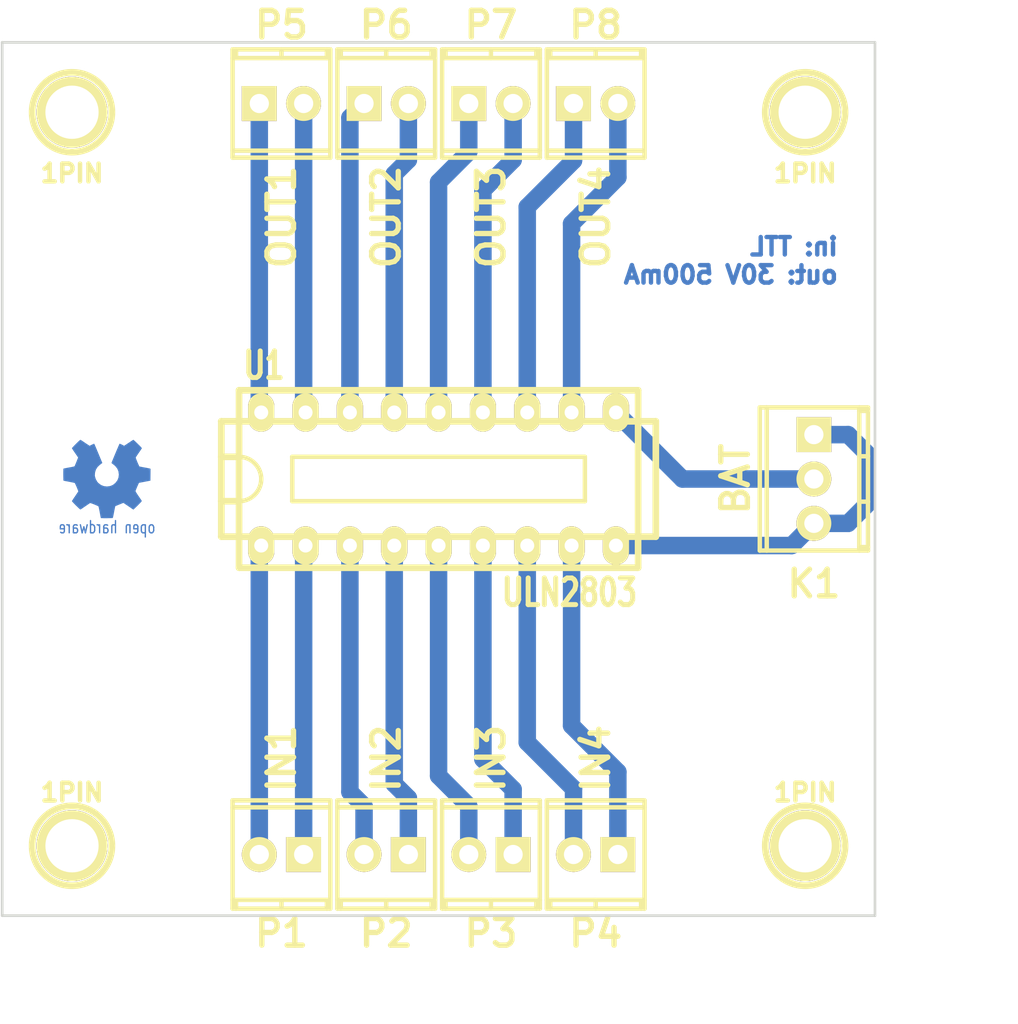
<source format=kicad_pcb>
(kicad_pcb (version 3) (host pcbnew "(2012-nov-02)-stable")

  (general
    (links 19)
    (no_connects 0)
    (area 78.424999 110.3316 139.077382 170)
    (thickness 1.6)
    (drawings 7)
    (tracks 52)
    (zones 0)
    (modules 15)
    (nets 19)
  )

  (page User 210.007 297.002 portrait)
  (title_block 
    (title "ULN2803 Driver")
    (rev 1.0)
    (company "Victor Villarreal")
  )

  (layers
    (15 F.Cu signal)
    (0 B.Cu signal)
    (16 B.Adhes user)
    (17 F.Adhes user)
    (18 B.Paste user)
    (19 F.Paste user)
    (20 B.SilkS user)
    (21 F.SilkS user)
    (22 B.Mask user)
    (23 F.Mask user)
    (24 Dwgs.User user)
    (25 Cmts.User user)
    (26 Eco1.User user)
    (27 Eco2.User user)
    (28 Edge.Cuts user)
  )

  (setup
    (last_trace_width 1)
    (trace_clearance 0.254)
    (zone_clearance 0.508)
    (zone_45_only no)
    (trace_min 0.254)
    (segment_width 0.2)
    (edge_width 0.15)
    (via_size 0.889)
    (via_drill 0.635)
    (via_min_size 0.889)
    (via_min_drill 0.508)
    (uvia_size 0.508)
    (uvia_drill 0.127)
    (uvias_allowed no)
    (uvia_min_size 0.508)
    (uvia_min_drill 0.127)
    (pcb_text_width 0.3)
    (pcb_text_size 1 1)
    (mod_edge_width 0.15)
    (mod_text_size 1 1)
    (mod_text_width 0.15)
    (pad_size 1.7 1.7)
    (pad_drill 1.09728)
    (pad_to_mask_clearance 0)
    (aux_axis_origin 0 0)
    (visible_elements FFFFFBBF)
    (pcbplotparams
      (layerselection 3178497)
      (usegerberextensions false)
      (excludeedgelayer true)
      (linewidth 152400)
      (plotframeref false)
      (viasonmask false)
      (mode 1)
      (useauxorigin false)
      (hpglpennumber 1)
      (hpglpenspeed 20)
      (hpglpendiameter 15)
      (hpglpenoverlay 2)
      (psnegative false)
      (psa4output false)
      (plotreference true)
      (plotvalue true)
      (plotothertext true)
      (plotinvisibletext false)
      (padsonsilk false)
      (subtractmaskfromsilk false)
      (outputformat 5)
      (mirror false)
      (drillshape 0)
      (scaleselection 1)
      (outputdirectory doc/))
  )

  (net 0 "")
  (net 1 /E0)
  (net 2 /E1)
  (net 3 /E2)
  (net 4 /E3)
  (net 5 /E4)
  (net 6 /E5)
  (net 7 /E6)
  (net 8 /E7)
  (net 9 /S0)
  (net 10 /S1)
  (net 11 /S2)
  (net 12 /S3)
  (net 13 /S4)
  (net 14 /S5)
  (net 15 /S6)
  (net 16 /S7)
  (net 17 GND)
  (net 18 VCC)

  (net_class Default "This is the default net class."
    (clearance 0.254)
    (trace_width 1)
    (via_dia 0.889)
    (via_drill 0.635)
    (uvia_dia 0.508)
    (uvia_drill 0.127)
    (add_net "")
    (add_net /E0)
    (add_net /E1)
    (add_net /E2)
    (add_net /E3)
    (add_net /E4)
    (add_net /E5)
    (add_net /E6)
    (add_net /E7)
    (add_net /S0)
    (add_net /S1)
    (add_net /S2)
    (add_net /S3)
    (add_net /S4)
    (add_net /S5)
    (add_net /S6)
    (add_net /S7)
    (add_net GND)
    (add_net VCC)
  )

  (module mpt-3-2,54 (layer F.Cu) (tedit 54556C7A) (tstamp 54556F13)
    (at 125 137.5 90)
    (descr "3-way 2.54mm pitch terminal block, Phoenix MPT series")
    (path /5455421D)
    (fp_text reference K1 (at -6 0 180) (layer F.SilkS)
      (effects (font (size 1.524 1.524) (thickness 0.3048)))
    )
    (fp_text value BAT (at 0 -4.5 90) (layer F.SilkS)
      (effects (font (size 1.524 1.524) (thickness 0.3048)))
    )
    (fp_line (start 4.09956 -3.0988) (end -4.09956 -3.0988) (layer F.SilkS) (width 0.254))
    (fp_line (start 4.09956 -2.70002) (end -4.09956 -2.70002) (layer F.SilkS) (width 0.254))
    (fp_line (start 4.09956 2.60096) (end -4.09956 2.60096) (layer F.SilkS) (width 0.254))
    (fp_line (start -4.09956 3.0988) (end 4.09956 3.0988) (layer F.SilkS) (width 0.254))
    (fp_line (start 1.30048 2.60096) (end 1.30048 3.0988) (layer F.SilkS) (width 0.254))
    (fp_line (start -3.8989 3.0988) (end -3.8989 2.60096) (layer F.SilkS) (width 0.254))
    (fp_line (start 3.90144 2.60096) (end 3.90144 3.0988) (layer F.SilkS) (width 0.254))
    (fp_line (start -1.29794 3.0988) (end -1.29794 2.60096) (layer F.SilkS) (width 0.254))
    (fp_line (start 4.09956 3.0988) (end 4.09956 -3.0988) (layer F.SilkS) (width 0.254))
    (fp_line (start -4.09702 -3.0988) (end -4.09702 3.0988) (layer F.SilkS) (width 0.254))
    (pad 3 thru_hole oval (at -2.54 0 90) (size 1.99898 1.99898) (drill 1.09728)
      (layers *.Cu *.Mask F.SilkS)
      (net 17 GND)
    )
    (pad 1 thru_hole rect (at 2.54 0 90) (size 1.99898 1.99898) (drill 1.09728)
      (layers *.Cu *.Mask F.SilkS)
      (net 17 GND)
    )
    (pad 2 thru_hole oval (at 0 0 90) (size 1.99898 1.99898) (drill 1.09728)
      (layers *.Cu *.Mask F.SilkS)
      (net 18 VCC)
    )
    (model 3D/mpt_0,5-3-2,54.wrl
      (at (xyz 0 0 0))
      (scale (xyz 1 1 1))
      (rotate (xyz 0 0 0))
    )
  )

  (module mpt-2-2,54 (layer F.Cu) (tedit 54556BF5) (tstamp 54554A72)
    (at 94.5 159)
    (descr "2-way 2.54mm pitch terminal block, Phoenix MPT series")
    (path /544D9B58)
    (fp_text reference P1 (at 0 4.5) (layer F.SilkS)
      (effects (font (size 1.524 1.524) (thickness 0.3048)))
    )
    (fp_text value IN1 (at 0 -5.5 90) (layer F.SilkS)
      (effects (font (size 1.524 1.524) (thickness 0.3048)))
    )
    (fp_line (start 2.79908 2.60096) (end -2.79908 2.60096) (layer F.SilkS) (width 0.254))
    (fp_line (start -2.60096 3.0988) (end -2.60096 2.60096) (layer F.SilkS) (width 0.254))
    (fp_line (start 2.60096 2.60096) (end 2.60096 3.0988) (layer F.SilkS) (width 0.254))
    (fp_line (start 0 3.0988) (end 0 2.60096) (layer F.SilkS) (width 0.254))
    (fp_line (start -2.79908 -2.70002) (end 2.79908 -2.70002) (layer F.SilkS) (width 0.254))
    (fp_line (start -2.79908 3.0988) (end 2.79908 3.0988) (layer F.SilkS) (width 0.254))
    (fp_line (start 2.79908 3.0988) (end 2.79908 -3.0988) (layer F.SilkS) (width 0.254))
    (fp_line (start 2.79908 -3.0988) (end -2.79908 -3.0988) (layer F.SilkS) (width 0.254))
    (fp_line (start -2.79908 -3.0988) (end -2.79908 3.0988) (layer F.SilkS) (width 0.254))
    (pad 2 thru_hole oval (at -1.27 0) (size 1.99898 1.99898) (drill 1.09728)
      (layers *.Cu *.Mask F.SilkS)
      (net 1 /E0)
    )
    (pad 1 thru_hole rect (at 1.27 0) (size 1.99898 1.99898) (drill 1.09728)
      (layers *.Cu *.Mask F.SilkS)
      (net 2 /E1)
    )
    (model 3D/mpt_0,5-2-2,54.wrl
      (at (xyz 0 0 0))
      (scale (xyz 1 1 1))
      (rotate (xyz 0 0 0))
    )
  )

  (module mpt-2-2,54 (layer F.Cu) (tedit 54556BFC) (tstamp 54554A81)
    (at 100.5 159)
    (descr "2-way 2.54mm pitch terminal block, Phoenix MPT series")
    (path /54553E6C)
    (fp_text reference P2 (at 0 4.5) (layer F.SilkS)
      (effects (font (size 1.524 1.524) (thickness 0.3048)))
    )
    (fp_text value IN2 (at 0 -5.5 90) (layer F.SilkS)
      (effects (font (size 1.524 1.524) (thickness 0.3048)))
    )
    (fp_line (start 2.79908 2.60096) (end -2.79908 2.60096) (layer F.SilkS) (width 0.254))
    (fp_line (start -2.60096 3.0988) (end -2.60096 2.60096) (layer F.SilkS) (width 0.254))
    (fp_line (start 2.60096 2.60096) (end 2.60096 3.0988) (layer F.SilkS) (width 0.254))
    (fp_line (start 0 3.0988) (end 0 2.60096) (layer F.SilkS) (width 0.254))
    (fp_line (start -2.79908 -2.70002) (end 2.79908 -2.70002) (layer F.SilkS) (width 0.254))
    (fp_line (start -2.79908 3.0988) (end 2.79908 3.0988) (layer F.SilkS) (width 0.254))
    (fp_line (start 2.79908 3.0988) (end 2.79908 -3.0988) (layer F.SilkS) (width 0.254))
    (fp_line (start 2.79908 -3.0988) (end -2.79908 -3.0988) (layer F.SilkS) (width 0.254))
    (fp_line (start -2.79908 -3.0988) (end -2.79908 3.0988) (layer F.SilkS) (width 0.254))
    (pad 2 thru_hole oval (at -1.27 0) (size 1.99898 1.99898) (drill 1.09728)
      (layers *.Cu *.Mask F.SilkS)
      (net 3 /E2)
    )
    (pad 1 thru_hole rect (at 1.27 0) (size 1.99898 1.99898) (drill 1.09728)
      (layers *.Cu *.Mask F.SilkS)
      (net 4 /E3)
    )
    (model 3D/mpt_0,5-2-2,54.wrl
      (at (xyz 0 0 0))
      (scale (xyz 1 1 1))
      (rotate (xyz 0 0 0))
    )
  )

  (module mpt-2-2,54 (layer F.Cu) (tedit 54556C04) (tstamp 54554A90)
    (at 106.5 159)
    (descr "2-way 2.54mm pitch terminal block, Phoenix MPT series")
    (path /54553EAC)
    (fp_text reference P3 (at 0 4.5) (layer F.SilkS)
      (effects (font (size 1.524 1.524) (thickness 0.3048)))
    )
    (fp_text value IN3 (at 0 -5.5 90) (layer F.SilkS)
      (effects (font (size 1.524 1.524) (thickness 0.3048)))
    )
    (fp_line (start 2.79908 2.60096) (end -2.79908 2.60096) (layer F.SilkS) (width 0.254))
    (fp_line (start -2.60096 3.0988) (end -2.60096 2.60096) (layer F.SilkS) (width 0.254))
    (fp_line (start 2.60096 2.60096) (end 2.60096 3.0988) (layer F.SilkS) (width 0.254))
    (fp_line (start 0 3.0988) (end 0 2.60096) (layer F.SilkS) (width 0.254))
    (fp_line (start -2.79908 -2.70002) (end 2.79908 -2.70002) (layer F.SilkS) (width 0.254))
    (fp_line (start -2.79908 3.0988) (end 2.79908 3.0988) (layer F.SilkS) (width 0.254))
    (fp_line (start 2.79908 3.0988) (end 2.79908 -3.0988) (layer F.SilkS) (width 0.254))
    (fp_line (start 2.79908 -3.0988) (end -2.79908 -3.0988) (layer F.SilkS) (width 0.254))
    (fp_line (start -2.79908 -3.0988) (end -2.79908 3.0988) (layer F.SilkS) (width 0.254))
    (pad 2 thru_hole oval (at -1.27 0) (size 1.99898 1.99898) (drill 1.09728)
      (layers *.Cu *.Mask F.SilkS)
      (net 5 /E4)
    )
    (pad 1 thru_hole rect (at 1.27 0) (size 1.99898 1.99898) (drill 1.09728)
      (layers *.Cu *.Mask F.SilkS)
      (net 6 /E5)
    )
    (model 3D/mpt_0,5-2-2,54.wrl
      (at (xyz 0 0 0))
      (scale (xyz 1 1 1))
      (rotate (xyz 0 0 0))
    )
  )

  (module mpt-2-2,54 (layer F.Cu) (tedit 54556C0A) (tstamp 54554A9F)
    (at 112.5 159)
    (descr "2-way 2.54mm pitch terminal block, Phoenix MPT series")
    (path /54553EF0)
    (fp_text reference P4 (at 0 4.5) (layer F.SilkS)
      (effects (font (size 1.524 1.524) (thickness 0.3048)))
    )
    (fp_text value IN4 (at 0 -5.5 90) (layer F.SilkS)
      (effects (font (size 1.524 1.524) (thickness 0.3048)))
    )
    (fp_line (start 2.79908 2.60096) (end -2.79908 2.60096) (layer F.SilkS) (width 0.254))
    (fp_line (start -2.60096 3.0988) (end -2.60096 2.60096) (layer F.SilkS) (width 0.254))
    (fp_line (start 2.60096 2.60096) (end 2.60096 3.0988) (layer F.SilkS) (width 0.254))
    (fp_line (start 0 3.0988) (end 0 2.60096) (layer F.SilkS) (width 0.254))
    (fp_line (start -2.79908 -2.70002) (end 2.79908 -2.70002) (layer F.SilkS) (width 0.254))
    (fp_line (start -2.79908 3.0988) (end 2.79908 3.0988) (layer F.SilkS) (width 0.254))
    (fp_line (start 2.79908 3.0988) (end 2.79908 -3.0988) (layer F.SilkS) (width 0.254))
    (fp_line (start 2.79908 -3.0988) (end -2.79908 -3.0988) (layer F.SilkS) (width 0.254))
    (fp_line (start -2.79908 -3.0988) (end -2.79908 3.0988) (layer F.SilkS) (width 0.254))
    (pad 2 thru_hole oval (at -1.27 0) (size 1.99898 1.99898) (drill 1.09728)
      (layers *.Cu *.Mask F.SilkS)
      (net 7 /E6)
    )
    (pad 1 thru_hole rect (at 1.27 0) (size 1.99898 1.99898) (drill 1.09728)
      (layers *.Cu *.Mask F.SilkS)
      (net 8 /E7)
    )
    (model 3D/mpt_0,5-2-2,54.wrl
      (at (xyz 0 0 0))
      (scale (xyz 1 1 1))
      (rotate (xyz 0 0 0))
    )
  )

  (module mpt-2-2,54 (layer F.Cu) (tedit 54556C63) (tstamp 54556EEF)
    (at 94.5 116 180)
    (descr "2-way 2.54mm pitch terminal block, Phoenix MPT series")
    (path /5455401E)
    (fp_text reference P5 (at 0 4.5 180) (layer F.SilkS)
      (effects (font (size 1.524 1.524) (thickness 0.3048)))
    )
    (fp_text value OUT1 (at 0 -6.5 270) (layer F.SilkS)
      (effects (font (size 1.524 1.524) (thickness 0.3048)))
    )
    (fp_line (start 2.79908 2.60096) (end -2.79908 2.60096) (layer F.SilkS) (width 0.254))
    (fp_line (start -2.60096 3.0988) (end -2.60096 2.60096) (layer F.SilkS) (width 0.254))
    (fp_line (start 2.60096 2.60096) (end 2.60096 3.0988) (layer F.SilkS) (width 0.254))
    (fp_line (start 0 3.0988) (end 0 2.60096) (layer F.SilkS) (width 0.254))
    (fp_line (start -2.79908 -2.70002) (end 2.79908 -2.70002) (layer F.SilkS) (width 0.254))
    (fp_line (start -2.79908 3.0988) (end 2.79908 3.0988) (layer F.SilkS) (width 0.254))
    (fp_line (start 2.79908 3.0988) (end 2.79908 -3.0988) (layer F.SilkS) (width 0.254))
    (fp_line (start 2.79908 -3.0988) (end -2.79908 -3.0988) (layer F.SilkS) (width 0.254))
    (fp_line (start -2.79908 -3.0988) (end -2.79908 3.0988) (layer F.SilkS) (width 0.254))
    (pad 2 thru_hole oval (at -1.27 0 180) (size 1.99898 1.99898) (drill 1.09728)
      (layers *.Cu *.Mask F.SilkS)
      (net 10 /S1)
    )
    (pad 1 thru_hole rect (at 1.27 0 180) (size 1.99898 1.99898) (drill 1.09728)
      (layers *.Cu *.Mask F.SilkS)
      (net 9 /S0)
    )
    (model 3D/mpt_0,5-2-2,54.wrl
      (at (xyz 0 0 0))
      (scale (xyz 1 1 1))
      (rotate (xyz 0 0 0))
    )
  )

  (module mpt-2-2,54 (layer F.Cu) (tedit 54556C5F) (tstamp 54554ABD)
    (at 100.5 116 180)
    (descr "2-way 2.54mm pitch terminal block, Phoenix MPT series")
    (path /5455402D)
    (fp_text reference P6 (at 0 4.5 180) (layer F.SilkS)
      (effects (font (size 1.524 1.524) (thickness 0.3048)))
    )
    (fp_text value OUT2 (at 0 -6.5 270) (layer F.SilkS)
      (effects (font (size 1.524 1.524) (thickness 0.3048)))
    )
    (fp_line (start 2.79908 2.60096) (end -2.79908 2.60096) (layer F.SilkS) (width 0.254))
    (fp_line (start -2.60096 3.0988) (end -2.60096 2.60096) (layer F.SilkS) (width 0.254))
    (fp_line (start 2.60096 2.60096) (end 2.60096 3.0988) (layer F.SilkS) (width 0.254))
    (fp_line (start 0 3.0988) (end 0 2.60096) (layer F.SilkS) (width 0.254))
    (fp_line (start -2.79908 -2.70002) (end 2.79908 -2.70002) (layer F.SilkS) (width 0.254))
    (fp_line (start -2.79908 3.0988) (end 2.79908 3.0988) (layer F.SilkS) (width 0.254))
    (fp_line (start 2.79908 3.0988) (end 2.79908 -3.0988) (layer F.SilkS) (width 0.254))
    (fp_line (start 2.79908 -3.0988) (end -2.79908 -3.0988) (layer F.SilkS) (width 0.254))
    (fp_line (start -2.79908 -3.0988) (end -2.79908 3.0988) (layer F.SilkS) (width 0.254))
    (pad 2 thru_hole oval (at -1.27 0 180) (size 1.99898 1.99898) (drill 1.09728)
      (layers *.Cu *.Mask F.SilkS)
      (net 12 /S3)
    )
    (pad 1 thru_hole rect (at 1.27 0 180) (size 1.99898 1.99898) (drill 1.09728)
      (layers *.Cu *.Mask F.SilkS)
      (net 11 /S2)
    )
    (model 3D/mpt_0,5-2-2,54.wrl
      (at (xyz 0 0 0))
      (scale (xyz 1 1 1))
      (rotate (xyz 0 0 0))
    )
  )

  (module mpt-2-2,54 (layer F.Cu) (tedit 54556C5C) (tstamp 54554ACC)
    (at 106.5 116 180)
    (descr "2-way 2.54mm pitch terminal block, Phoenix MPT series")
    (path /5455403C)
    (fp_text reference P7 (at 0 4.5 180) (layer F.SilkS)
      (effects (font (size 1.524 1.524) (thickness 0.3048)))
    )
    (fp_text value OUT3 (at 0 -6.5 270) (layer F.SilkS)
      (effects (font (size 1.524 1.524) (thickness 0.3048)))
    )
    (fp_line (start 2.79908 2.60096) (end -2.79908 2.60096) (layer F.SilkS) (width 0.254))
    (fp_line (start -2.60096 3.0988) (end -2.60096 2.60096) (layer F.SilkS) (width 0.254))
    (fp_line (start 2.60096 2.60096) (end 2.60096 3.0988) (layer F.SilkS) (width 0.254))
    (fp_line (start 0 3.0988) (end 0 2.60096) (layer F.SilkS) (width 0.254))
    (fp_line (start -2.79908 -2.70002) (end 2.79908 -2.70002) (layer F.SilkS) (width 0.254))
    (fp_line (start -2.79908 3.0988) (end 2.79908 3.0988) (layer F.SilkS) (width 0.254))
    (fp_line (start 2.79908 3.0988) (end 2.79908 -3.0988) (layer F.SilkS) (width 0.254))
    (fp_line (start 2.79908 -3.0988) (end -2.79908 -3.0988) (layer F.SilkS) (width 0.254))
    (fp_line (start -2.79908 -3.0988) (end -2.79908 3.0988) (layer F.SilkS) (width 0.254))
    (pad 2 thru_hole oval (at -1.27 0 180) (size 1.99898 1.99898) (drill 1.09728)
      (layers *.Cu *.Mask F.SilkS)
      (net 14 /S5)
    )
    (pad 1 thru_hole rect (at 1.27 0 180) (size 1.99898 1.99898) (drill 1.09728)
      (layers *.Cu *.Mask F.SilkS)
      (net 13 /S4)
    )
    (model 3D/mpt_0,5-2-2,54.wrl
      (at (xyz 0 0 0))
      (scale (xyz 1 1 1))
      (rotate (xyz 0 0 0))
    )
  )

  (module mpt-2-2,54 (layer F.Cu) (tedit 54556C58) (tstamp 54554ADB)
    (at 112.5 116 180)
    (descr "2-way 2.54mm pitch terminal block, Phoenix MPT series")
    (path /5455404B)
    (fp_text reference P8 (at 0 4.5 180) (layer F.SilkS)
      (effects (font (size 1.524 1.524) (thickness 0.3048)))
    )
    (fp_text value OUT4 (at 0 -6.5 270) (layer F.SilkS)
      (effects (font (size 1.524 1.524) (thickness 0.3048)))
    )
    (fp_line (start 2.79908 2.60096) (end -2.79908 2.60096) (layer F.SilkS) (width 0.254))
    (fp_line (start -2.60096 3.0988) (end -2.60096 2.60096) (layer F.SilkS) (width 0.254))
    (fp_line (start 2.60096 2.60096) (end 2.60096 3.0988) (layer F.SilkS) (width 0.254))
    (fp_line (start 0 3.0988) (end 0 2.60096) (layer F.SilkS) (width 0.254))
    (fp_line (start -2.79908 -2.70002) (end 2.79908 -2.70002) (layer F.SilkS) (width 0.254))
    (fp_line (start -2.79908 3.0988) (end 2.79908 3.0988) (layer F.SilkS) (width 0.254))
    (fp_line (start 2.79908 3.0988) (end 2.79908 -3.0988) (layer F.SilkS) (width 0.254))
    (fp_line (start 2.79908 -3.0988) (end -2.79908 -3.0988) (layer F.SilkS) (width 0.254))
    (fp_line (start -2.79908 -3.0988) (end -2.79908 3.0988) (layer F.SilkS) (width 0.254))
    (pad 2 thru_hole oval (at -1.27 0 180) (size 1.99898 1.99898) (drill 1.09728)
      (layers *.Cu *.Mask F.SilkS)
      (net 16 /S7)
    )
    (pad 1 thru_hole rect (at 1.27 0 180) (size 1.99898 1.99898) (drill 1.09728)
      (layers *.Cu *.Mask F.SilkS)
      (net 15 /S6)
    )
    (model 3D/mpt_0,5-2-2,54.wrl
      (at (xyz 0 0 0))
      (scale (xyz 1 1 1))
      (rotate (xyz 0 0 0))
    )
  )

  (module dil_18-300_socket (layer F.Cu) (tedit 54556C70) (tstamp 54554B01)
    (at 103.5 137.5)
    (descr "IC, DIL18 x 0,3\", with socket")
    (tags DIL)
    (path /544D99E7)
    (fp_text reference U1 (at -10 -6.5) (layer F.SilkS)
      (effects (font (size 1.524 1.143) (thickness 0.28702)))
    )
    (fp_text value ULN2803 (at 7.5 6.5) (layer F.SilkS)
      (effects (font (size 1.524 1.143) (thickness 0.28702)))
    )
    (fp_line (start 8.382 1.27) (end -8.382 1.27) (layer F.SilkS) (width 0.254))
    (fp_line (start -8.382 -1.27) (end 8.382 -1.27) (layer F.SilkS) (width 0.254))
    (fp_line (start 11.43 5.08) (end -11.43 5.08) (layer F.SilkS) (width 0.381))
    (fp_line (start -12.446 3.302) (end 12.446 3.302) (layer F.SilkS) (width 0.381))
    (fp_line (start -11.43 -5.08) (end 11.43 -5.08) (layer F.SilkS) (width 0.381))
    (fp_line (start -12.446 -3.302) (end 12.446 -3.302) (layer F.SilkS) (width 0.381))
    (fp_arc (start -11.43 0) (end -11.43 -1.27) (angle 90) (layer F.SilkS) (width 0.254))
    (fp_arc (start -11.43 0) (end -10.16 0) (angle 90) (layer F.SilkS) (width 0.254))
    (fp_line (start -11.43 1.27) (end -12.446 1.27) (layer F.SilkS) (width 0.381))
    (fp_line (start -11.43 -1.27) (end -12.446 -1.27) (layer F.SilkS) (width 0.381))
    (fp_line (start -8.382 -1.27) (end -8.382 1.27) (layer F.SilkS) (width 0.254))
    (fp_line (start 8.382 1.27) (end 8.382 -1.27) (layer F.SilkS) (width 0.254))
    (fp_line (start 11.43 -5.08) (end 11.43 5.08) (layer F.SilkS) (width 0.381))
    (fp_line (start -11.43 5.08) (end -11.43 -5.08) (layer F.SilkS) (width 0.381))
    (fp_line (start 12.446 -3.302) (end 12.446 3.302) (layer F.SilkS) (width 0.381))
    (fp_line (start -12.446 3.302) (end -12.446 -3.302) (layer F.SilkS) (width 0.381))
    (pad 1 thru_hole oval (at -10.16 3.81) (size 1.50114 2.19964) (drill 0.8001)
      (layers *.Cu *.Mask F.SilkS)
      (net 1 /E0)
    )
    (pad 2 thru_hole oval (at -7.62 3.81) (size 1.50114 2.19964) (drill 0.8001)
      (layers *.Cu *.Mask F.SilkS)
      (net 2 /E1)
    )
    (pad 3 thru_hole oval (at -5.08 3.81) (size 1.50114 2.19964) (drill 0.8001)
      (layers *.Cu *.Mask F.SilkS)
      (net 3 /E2)
    )
    (pad 4 thru_hole oval (at -2.54 3.81) (size 1.50114 2.19964) (drill 0.8001)
      (layers *.Cu *.Mask F.SilkS)
      (net 4 /E3)
    )
    (pad 5 thru_hole oval (at 0 3.81) (size 1.50114 2.19964) (drill 0.8001)
      (layers *.Cu *.Mask F.SilkS)
      (net 5 /E4)
    )
    (pad 6 thru_hole oval (at 2.54 3.81) (size 1.50114 2.19964) (drill 0.8001)
      (layers *.Cu *.Mask F.SilkS)
      (net 6 /E5)
    )
    (pad 7 thru_hole oval (at 5.08 3.81) (size 1.50114 2.19964) (drill 0.8001)
      (layers *.Cu *.Mask F.SilkS)
      (net 7 /E6)
    )
    (pad 8 thru_hole oval (at 7.62 3.81) (size 1.50114 2.19964) (drill 0.8001)
      (layers *.Cu *.Mask F.SilkS)
      (net 8 /E7)
    )
    (pad 9 thru_hole oval (at 10.16 3.81) (size 1.50114 2.19964) (drill 0.8001)
      (layers *.Cu *.Mask F.SilkS)
      (net 17 GND)
    )
    (pad 10 thru_hole oval (at 10.16 -3.81) (size 1.50114 2.19964) (drill 0.8001)
      (layers *.Cu *.Mask F.SilkS)
      (net 18 VCC)
    )
    (pad 11 thru_hole oval (at 7.62 -3.81) (size 1.50114 2.19964) (drill 0.8001)
      (layers *.Cu *.Mask F.SilkS)
      (net 16 /S7)
    )
    (pad 12 thru_hole oval (at 5.08 -3.81) (size 1.50114 2.19964) (drill 0.8001)
      (layers *.Cu *.Mask F.SilkS)
      (net 15 /S6)
    )
    (pad 13 thru_hole oval (at 2.54 -3.81) (size 1.50114 2.19964) (drill 0.8001)
      (layers *.Cu *.Mask F.SilkS)
      (net 14 /S5)
    )
    (pad 14 thru_hole oval (at 0 -3.81) (size 1.50114 2.19964) (drill 0.8001)
      (layers *.Cu *.Mask F.SilkS)
      (net 13 /S4)
    )
    (pad 15 thru_hole oval (at -2.54 -3.81) (size 1.50114 2.19964) (drill 0.8001)
      (layers *.Cu *.Mask F.SilkS)
      (net 12 /S3)
    )
    (pad 16 thru_hole oval (at -5.08 -3.81) (size 1.50114 2.19964) (drill 0.8001)
      (layers *.Cu *.Mask F.SilkS)
      (net 11 /S2)
    )
    (pad 17 thru_hole oval (at -7.62 -3.81) (size 1.50114 2.19964) (drill 0.8001)
      (layers *.Cu *.Mask F.SilkS)
      (net 10 /S1)
    )
    (pad 18 thru_hole oval (at -10.16 -3.81) (size 1.50114 2.19964) (drill 0.8001)
      (layers *.Cu *.Mask F.SilkS)
      (net 9 /S0)
    )
    (model 3D/dil_18-300_socket.wrl
      (at (xyz 0 0 0))
      (scale (xyz 1 1 1))
      (rotate (xyz 0 0 0))
    )
  )

  (module 1pin (layer F.Cu) (tedit 54555EEC) (tstamp 54556D00)
    (at 124.5 116.5)
    (descr "module 1 pin (ou trou mecanique de percage)")
    (tags DEV)
    (path 1pin)
    (fp_text reference 1PIN (at 0 3.5) (layer F.SilkS)
      (effects (font (size 1.016 1.016) (thickness 0.254)))
    )
    (fp_text value P*** (at 0 2.794) (layer F.SilkS) hide
      (effects (font (size 1.016 1.016) (thickness 0.254)))
    )
    (fp_circle (center 0 0) (end 0 -2.286) (layer F.SilkS) (width 0.381))
    (pad 1 thru_hole circle (at 0 0) (size 4.064 4.064) (drill 3.048)
      (layers *.Cu *.Mask F.SilkS)
    )
  )

  (module 1pin (layer F.Cu) (tedit 54555EE6) (tstamp 54556D0B)
    (at 82.5 116.5)
    (descr "module 1 pin (ou trou mecanique de percage)")
    (tags DEV)
    (path 1pin)
    (fp_text reference 1PIN (at 0 3.5) (layer F.SilkS)
      (effects (font (size 1.016 1.016) (thickness 0.254)))
    )
    (fp_text value P*** (at 0 2.794) (layer F.SilkS) hide
      (effects (font (size 1.016 1.016) (thickness 0.254)))
    )
    (fp_circle (center 0 0) (end 0 -2.286) (layer F.SilkS) (width 0.381))
    (pad 1 thru_hole circle (at 0 0) (size 4.064 4.064) (drill 3.048)
      (layers *.Cu *.Mask F.SilkS)
    )
  )

  (module 1pin (layer F.Cu) (tedit 200000) (tstamp 54556D16)
    (at 82.5 158.5)
    (descr "module 1 pin (ou trou mecanique de percage)")
    (tags DEV)
    (path 1pin)
    (fp_text reference 1PIN (at 0 -3.048) (layer F.SilkS)
      (effects (font (size 1.016 1.016) (thickness 0.254)))
    )
    (fp_text value P*** (at 0 2.794) (layer F.SilkS) hide
      (effects (font (size 1.016 1.016) (thickness 0.254)))
    )
    (fp_circle (center 0 0) (end 0 -2.286) (layer F.SilkS) (width 0.381))
    (pad 1 thru_hole circle (at 0 0) (size 4.064 4.064) (drill 3.048)
      (layers *.Cu *.Mask F.SilkS)
    )
  )

  (module 1pin (layer F.Cu) (tedit 200000) (tstamp 54556D21)
    (at 124.5 158.5)
    (descr "module 1 pin (ou trou mecanique de percage)")
    (tags DEV)
    (path 1pin)
    (fp_text reference 1PIN (at 0 -3.048) (layer F.SilkS)
      (effects (font (size 1.016 1.016) (thickness 0.254)))
    )
    (fp_text value P*** (at 0 2.794) (layer F.SilkS) hide
      (effects (font (size 1.016 1.016) (thickness 0.254)))
    )
    (fp_circle (center 0 0) (end 0 -2.286) (layer F.SilkS) (width 0.381))
    (pad 1 thru_hole circle (at 0 0) (size 4.064 4.064) (drill 3.048)
      (layers *.Cu *.Mask F.SilkS)
    )
  )

  (module Logo_copper_OSHW_6x6mm (layer B.Cu) (tedit 5171C53E) (tstamp 54558DDB)
    (at 84.5 137.5 180)
    (descr "Open Hardware Logo, 6x6mm")
    (fp_text reference G*** (at 0 0 180) (layer B.SilkS) hide
      (effects (font (size 0.22606 0.22606) (thickness 0.04318)) (justify mirror))
    )
    (fp_text value LOGO (at 0 -0.3 180) (layer B.SilkS) hide
      (effects (font (size 0.22606 0.22606) (thickness 0.04318)) (justify mirror))
    )
    (fp_line (start 2.16 -2.62) (end 2.16 -3.08) (layer B.Cu) (width 0.075))
    (fp_line (start 2.25 -2.62) (end 2.3 -2.62) (layer B.Cu) (width 0.075))
    (fp_line (start 2.2 -2.65) (end 2.25 -2.62) (layer B.Cu) (width 0.075))
    (fp_line (start 2.18 -2.67) (end 2.2 -2.65) (layer B.Cu) (width 0.075))
    (fp_line (start 2.16 -2.74) (end 2.18 -2.67) (layer B.Cu) (width 0.075))
    (fp_line (start 2.6 -3.08) (end 2.65 -3.05) (layer B.Cu) (width 0.075))
    (fp_line (start 2.5 -3.08) (end 2.6 -3.08) (layer B.Cu) (width 0.075))
    (fp_line (start 2.46 -3.05) (end 2.5 -3.08) (layer B.Cu) (width 0.075))
    (fp_line (start 2.44 -2.98) (end 2.46 -3.05) (layer B.Cu) (width 0.075))
    (fp_line (start 2.44 -2.71) (end 2.44 -2.98) (layer B.Cu) (width 0.075))
    (fp_line (start 2.47 -2.65) (end 2.44 -2.71) (layer B.Cu) (width 0.075))
    (fp_line (start 2.51 -2.62) (end 2.47 -2.65) (layer B.Cu) (width 0.075))
    (fp_line (start 2.61 -2.62) (end 2.51 -2.62) (layer B.Cu) (width 0.075))
    (fp_line (start 2.65 -2.66) (end 2.61 -2.62) (layer B.Cu) (width 0.075))
    (fp_line (start 2.67 -2.73) (end 2.65 -2.66) (layer B.Cu) (width 0.075))
    (fp_line (start 2.67 -2.85) (end 2.67 -2.73) (layer B.Cu) (width 0.075))
    (fp_line (start 2.67 -2.85) (end 2.44 -2.85) (layer B.Cu) (width 0.075))
    (fp_line (start 1.92 -2.71) (end 1.92 -3.08) (layer B.Cu) (width 0.075))
    (fp_line (start 1.89 -2.65) (end 1.92 -2.71) (layer B.Cu) (width 0.075))
    (fp_line (start 1.85 -2.62) (end 1.89 -2.65) (layer B.Cu) (width 0.075))
    (fp_line (start 1.75 -2.62) (end 1.85 -2.62) (layer B.Cu) (width 0.075))
    (fp_line (start 1.7 -2.65) (end 1.75 -2.62) (layer B.Cu) (width 0.075))
    (fp_line (start 1.76 -2.81) (end 1.71 -2.84) (layer B.Cu) (width 0.075))
    (fp_line (start 1.88 -2.81) (end 1.76 -2.81) (layer B.Cu) (width 0.075))
    (fp_line (start 1.92 -2.78) (end 1.88 -2.81) (layer B.Cu) (width 0.075))
    (fp_line (start 1.87 -3.08) (end 1.92 -3.04) (layer B.Cu) (width 0.075))
    (fp_line (start 1.75 -3.08) (end 1.87 -3.08) (layer B.Cu) (width 0.075))
    (fp_line (start 1.7 -3.04) (end 1.75 -3.08) (layer B.Cu) (width 0.075))
    (fp_line (start 1.68 -2.98) (end 1.7 -3.04) (layer B.Cu) (width 0.075))
    (fp_line (start 1.68 -2.91) (end 1.68 -2.98) (layer B.Cu) (width 0.075))
    (fp_line (start 1.71 -2.84) (end 1.68 -2.91) (layer B.Cu) (width 0.075))
    (fp_line (start 1.13 -2.62) (end 1.23 -3.08) (layer B.Cu) (width 0.075))
    (fp_line (start 1.23 -3.08) (end 1.32 -2.74) (layer B.Cu) (width 0.075))
    (fp_line (start 1.32 -2.74) (end 1.42 -3.08) (layer B.Cu) (width 0.075))
    (fp_line (start 1.42 -3.08) (end 1.52 -2.62) (layer B.Cu) (width 0.075))
    (fp_line (start 0.94 -3.05) (end 0.9 -3.08) (layer B.Cu) (width 0.075))
    (fp_line (start 0.9 -3.08) (end 0.79 -3.08) (layer B.Cu) (width 0.075))
    (fp_line (start 0.79 -3.08) (end 0.75 -3.05) (layer B.Cu) (width 0.075))
    (fp_line (start 0.75 -3.05) (end 0.73 -3.02) (layer B.Cu) (width 0.075))
    (fp_line (start 0.73 -3.02) (end 0.7 -2.95) (layer B.Cu) (width 0.075))
    (fp_line (start 0.7 -2.95) (end 0.7 -2.75) (layer B.Cu) (width 0.075))
    (fp_line (start 0.7 -2.75) (end 0.73 -2.68) (layer B.Cu) (width 0.075))
    (fp_line (start 0.73 -2.68) (end 0.75 -2.65) (layer B.Cu) (width 0.075))
    (fp_line (start 0.75 -2.65) (end 0.81 -2.61) (layer B.Cu) (width 0.075))
    (fp_line (start 0.81 -2.61) (end 0.88 -2.61) (layer B.Cu) (width 0.075))
    (fp_line (start 0.88 -2.61) (end 0.94 -2.65) (layer B.Cu) (width 0.075))
    (fp_line (start 0.94 -2.38) (end 0.94 -3.08) (layer B.Cu) (width 0.075))
    (fp_line (start 0.42 -2.74) (end 0.44 -2.67) (layer B.Cu) (width 0.075))
    (fp_line (start 0.44 -2.67) (end 0.46 -2.65) (layer B.Cu) (width 0.075))
    (fp_line (start 0.46 -2.65) (end 0.51 -2.62) (layer B.Cu) (width 0.075))
    (fp_line (start 0.51 -2.62) (end 0.56 -2.62) (layer B.Cu) (width 0.075))
    (fp_line (start 0.42 -2.62) (end 0.42 -3.08) (layer B.Cu) (width 0.075))
    (fp_line (start -0.03 -2.84) (end -0.06 -2.91) (layer B.Cu) (width 0.075))
    (fp_line (start -0.06 -2.91) (end -0.06 -2.98) (layer B.Cu) (width 0.075))
    (fp_line (start -0.06 -2.98) (end -0.04 -3.04) (layer B.Cu) (width 0.075))
    (fp_line (start -0.04 -3.04) (end 0.01 -3.08) (layer B.Cu) (width 0.075))
    (fp_line (start 0.01 -3.08) (end 0.13 -3.08) (layer B.Cu) (width 0.075))
    (fp_line (start 0.13 -3.08) (end 0.18 -3.04) (layer B.Cu) (width 0.075))
    (fp_line (start 0.18 -2.78) (end 0.14 -2.81) (layer B.Cu) (width 0.075))
    (fp_line (start 0.14 -2.81) (end 0.02 -2.81) (layer B.Cu) (width 0.075))
    (fp_line (start 0.02 -2.81) (end -0.03 -2.84) (layer B.Cu) (width 0.075))
    (fp_line (start -0.04 -2.65) (end 0.01 -2.62) (layer B.Cu) (width 0.075))
    (fp_line (start 0.01 -2.62) (end 0.11 -2.62) (layer B.Cu) (width 0.075))
    (fp_line (start 0.11 -2.62) (end 0.15 -2.65) (layer B.Cu) (width 0.075))
    (fp_line (start 0.15 -2.65) (end 0.18 -2.71) (layer B.Cu) (width 0.075))
    (fp_line (start 0.18 -2.71) (end 0.18 -3.08) (layer B.Cu) (width 0.075))
    (fp_line (start -0.49 -2.69) (end -0.47 -2.65) (layer B.Cu) (width 0.075))
    (fp_line (start -0.47 -2.65) (end -0.42 -2.62) (layer B.Cu) (width 0.075))
    (fp_line (start -0.42 -2.62) (end -0.34 -2.62) (layer B.Cu) (width 0.075))
    (fp_line (start -0.34 -2.62) (end -0.3 -2.65) (layer B.Cu) (width 0.075))
    (fp_line (start -0.3 -2.65) (end -0.28 -2.71) (layer B.Cu) (width 0.075))
    (fp_line (start -0.28 -2.71) (end -0.28 -3.08) (layer B.Cu) (width 0.075))
    (fp_line (start -0.49 -2.38) (end -0.49 -3.08) (layer B.Cu) (width 0.075))
    (fp_line (start -1.54 -2.85) (end -1.77 -2.85) (layer B.Cu) (width 0.075))
    (fp_line (start -1.32 -2.68) (end -1.3 -2.65) (layer B.Cu) (width 0.075))
    (fp_line (start -1.3 -2.65) (end -1.26 -2.62) (layer B.Cu) (width 0.075))
    (fp_line (start -1.26 -2.62) (end -1.17 -2.62) (layer B.Cu) (width 0.075))
    (fp_line (start -1.17 -2.62) (end -1.13 -2.65) (layer B.Cu) (width 0.075))
    (fp_line (start -1.13 -2.65) (end -1.11 -2.71) (layer B.Cu) (width 0.075))
    (fp_line (start -1.11 -2.71) (end -1.11 -3.08) (layer B.Cu) (width 0.075))
    (fp_line (start -1.32 -2.62) (end -1.32 -3.08) (layer B.Cu) (width 0.075))
    (fp_line (start -1.54 -2.85) (end -1.54 -2.73) (layer B.Cu) (width 0.075))
    (fp_line (start -1.54 -2.73) (end -1.56 -2.66) (layer B.Cu) (width 0.075))
    (fp_line (start -1.56 -2.66) (end -1.6 -2.62) (layer B.Cu) (width 0.075))
    (fp_line (start -1.6 -2.62) (end -1.7 -2.62) (layer B.Cu) (width 0.075))
    (fp_line (start -1.7 -2.62) (end -1.74 -2.65) (layer B.Cu) (width 0.075))
    (fp_line (start -1.74 -2.65) (end -1.77 -2.71) (layer B.Cu) (width 0.075))
    (fp_line (start -1.77 -2.71) (end -1.77 -2.98) (layer B.Cu) (width 0.075))
    (fp_line (start -1.77 -2.98) (end -1.75 -3.05) (layer B.Cu) (width 0.075))
    (fp_line (start -1.75 -3.05) (end -1.71 -3.08) (layer B.Cu) (width 0.075))
    (fp_line (start -1.71 -3.08) (end -1.61 -3.08) (layer B.Cu) (width 0.075))
    (fp_line (start -1.61 -3.08) (end -1.56 -3.05) (layer B.Cu) (width 0.075))
    (fp_line (start -2.2 -2.65) (end -2.16 -2.62) (layer B.Cu) (width 0.075))
    (fp_line (start -2.16 -2.62) (end -2.06 -2.62) (layer B.Cu) (width 0.075))
    (fp_line (start -2.06 -2.62) (end -2.02 -2.65) (layer B.Cu) (width 0.075))
    (fp_line (start -2.02 -2.65) (end -1.99 -2.68) (layer B.Cu) (width 0.075))
    (fp_line (start -1.99 -2.68) (end -1.97 -2.74) (layer B.Cu) (width 0.075))
    (fp_line (start -1.97 -2.74) (end -1.97 -2.96) (layer B.Cu) (width 0.075))
    (fp_line (start -1.97 -2.96) (end -1.99 -3.02) (layer B.Cu) (width 0.075))
    (fp_line (start -1.99 -3.02) (end -2.01 -3.05) (layer B.Cu) (width 0.075))
    (fp_line (start -2.01 -3.05) (end -2.05 -3.08) (layer B.Cu) (width 0.075))
    (fp_line (start -2.05 -3.08) (end -2.15 -3.08) (layer B.Cu) (width 0.075))
    (fp_line (start -2.15 -3.08) (end -2.2 -3.05) (layer B.Cu) (width 0.075))
    (fp_line (start -2.2 -3.32) (end -2.2 -2.62) (layer B.Cu) (width 0.075))
    (fp_line (start -2.51 -2.62) (end -2.59 -2.62) (layer B.Cu) (width 0.075))
    (fp_line (start -2.59 -2.62) (end -2.63 -2.65) (layer B.Cu) (width 0.075))
    (fp_line (start -2.63 -2.65) (end -2.65 -2.68) (layer B.Cu) (width 0.075))
    (fp_line (start -2.65 -2.68) (end -2.68 -2.75) (layer B.Cu) (width 0.075))
    (fp_line (start -2.59 -3.08) (end -2.51 -3.08) (layer B.Cu) (width 0.075))
    (fp_line (start -2.51 -3.08) (end -2.46 -3.05) (layer B.Cu) (width 0.075))
    (fp_line (start -2.46 -3.05) (end -2.44 -3.02) (layer B.Cu) (width 0.075))
    (fp_line (start -2.44 -3.02) (end -2.42 -2.95) (layer B.Cu) (width 0.075))
    (fp_line (start -2.42 -2.95) (end -2.42 -2.75) (layer B.Cu) (width 0.075))
    (fp_line (start -2.42 -2.75) (end -2.44 -2.69) (layer B.Cu) (width 0.075))
    (fp_line (start -2.44 -2.69) (end -2.46 -2.66) (layer B.Cu) (width 0.075))
    (fp_line (start -2.46 -2.66) (end -2.51 -2.62) (layer B.Cu) (width 0.075))
    (fp_line (start -2.68 -2.75) (end -2.68 -2.95) (layer B.Cu) (width 0.075))
    (fp_line (start -2.68 -2.95) (end -2.66 -3.01) (layer B.Cu) (width 0.075))
    (fp_line (start -2.66 -3.01) (end -2.64 -3.04) (layer B.Cu) (width 0.075))
    (fp_line (start -2.64 -3.04) (end -2.59 -3.08) (layer B.Cu) (width 0.075))
    (fp_poly (pts (xy -1.51384 2.24536) (xy -1.48844 2.23012) (xy -1.43002 2.19456) (xy -1.3462 2.13868)
      (xy -1.24714 2.07264) (xy -1.14808 2.0066) (xy -1.0668 1.95326) (xy -1.01092 1.91516)
      (xy -0.98552 1.90246) (xy -0.97282 1.90754) (xy -0.9271 1.9304) (xy -0.85852 1.96596)
      (xy -0.81788 1.98628) (xy -0.75692 2.01168) (xy -0.7239 2.0193) (xy -0.71882 2.00914)
      (xy -0.69596 1.96088) (xy -0.6604 1.8796) (xy -0.61468 1.77038) (xy -0.5588 1.64338)
      (xy -0.50292 1.50876) (xy -0.4445 1.36906) (xy -0.38862 1.23444) (xy -0.34036 1.11506)
      (xy -0.29972 1.01854) (xy -0.27432 0.94996) (xy -0.26416 0.92202) (xy -0.2667 0.9144)
      (xy -0.29972 0.88392) (xy -0.35306 0.84328) (xy -0.47244 0.74676) (xy -0.58928 0.60198)
      (xy -0.6604 0.43688) (xy -0.68326 0.25146) (xy -0.66294 0.08128) (xy -0.5969 -0.08128)
      (xy -0.4826 -0.2286) (xy -0.3429 -0.33782) (xy -0.18034 -0.4064) (xy 0 -0.42926)
      (xy 0.17272 -0.40894) (xy 0.34036 -0.3429) (xy 0.48768 -0.23114) (xy 0.55118 -0.16002)
      (xy 0.63754 -0.01016) (xy 0.6858 0.14732) (xy 0.69088 0.18796) (xy 0.68326 0.36322)
      (xy 0.63246 0.5334) (xy 0.53848 0.68326) (xy 0.40894 0.80772) (xy 0.3937 0.81788)
      (xy 0.33528 0.8636) (xy 0.29464 0.89408) (xy 0.26416 0.91948) (xy 0.48768 1.45796)
      (xy 0.52324 1.54178) (xy 0.5842 1.6891) (xy 0.63754 1.8161) (xy 0.68072 1.9177)
      (xy 0.7112 1.98374) (xy 0.7239 2.01168) (xy 0.7239 2.01422) (xy 0.74422 2.01676)
      (xy 0.78486 2.00152) (xy 0.86106 1.96596) (xy 0.90932 1.94056) (xy 0.96774 1.91262)
      (xy 0.99314 1.90246) (xy 1.016 1.91516) (xy 1.06934 1.95072) (xy 1.15062 2.00406)
      (xy 1.24714 2.06756) (xy 1.33858 2.13106) (xy 1.4224 2.18694) (xy 1.48336 2.22504)
      (xy 1.51384 2.24282) (xy 1.51892 2.24282) (xy 1.54432 2.22758) (xy 1.59258 2.18694)
      (xy 1.66624 2.11836) (xy 1.77038 2.01422) (xy 1.78562 1.99898) (xy 1.87198 1.91262)
      (xy 1.94056 1.83896) (xy 1.98628 1.78816) (xy 2.00406 1.7653) (xy 2.00406 1.7653)
      (xy 1.98882 1.73482) (xy 1.95072 1.67386) (xy 1.89484 1.5875) (xy 1.82626 1.48844)
      (xy 1.64846 1.22936) (xy 1.74498 0.98552) (xy 1.77546 0.90932) (xy 1.81356 0.82042)
      (xy 1.8415 0.75438) (xy 1.85674 0.72644) (xy 1.88214 0.71628) (xy 1.95072 0.70104)
      (xy 2.04724 0.68072) (xy 2.16154 0.6604) (xy 2.2733 0.64008) (xy 2.37236 0.61976)
      (xy 2.44348 0.60706) (xy 2.4765 0.59944) (xy 2.48412 0.59436) (xy 2.49174 0.57912)
      (xy 2.49428 0.5461) (xy 2.49682 0.48514) (xy 2.49936 0.39116) (xy 2.49936 0.25146)
      (xy 2.49936 0.23622) (xy 2.49682 0.10668) (xy 2.49428 0) (xy 2.49174 -0.06604)
      (xy 2.48666 -0.09398) (xy 2.48666 -0.09398) (xy 2.45618 -0.1016) (xy 2.38506 -0.11684)
      (xy 2.286 -0.13462) (xy 2.16662 -0.15748) (xy 2.159 -0.16002) (xy 2.04216 -0.18288)
      (xy 1.9431 -0.2032) (xy 1.87198 -0.21844) (xy 1.84404 -0.2286) (xy 1.83642 -0.23622)
      (xy 1.81356 -0.28194) (xy 1.78054 -0.3556) (xy 1.7399 -0.4445) (xy 1.7018 -0.53848)
      (xy 1.66878 -0.6223) (xy 1.64592 -0.68326) (xy 1.6383 -0.7112) (xy 1.64084 -0.71374)
      (xy 1.65862 -0.74168) (xy 1.69926 -0.80264) (xy 1.75514 -0.88646) (xy 1.82372 -0.98806)
      (xy 1.8288 -0.99568) (xy 1.89738 -1.09474) (xy 1.95326 -1.1811) (xy 1.98882 -1.23952)
      (xy 2.00406 -1.26746) (xy 2.00406 -1.27) (xy 1.9812 -1.30048) (xy 1.9304 -1.35636)
      (xy 1.85674 -1.43256) (xy 1.77038 -1.52146) (xy 1.74244 -1.54686) (xy 1.64338 -1.64338)
      (xy 1.57734 -1.70434) (xy 1.53416 -1.73736) (xy 1.51384 -1.74498) (xy 1.51384 -1.74498)
      (xy 1.48336 -1.7272) (xy 1.41986 -1.68656) (xy 1.33604 -1.62814) (xy 1.23444 -1.55956)
      (xy 1.22682 -1.55448) (xy 1.12776 -1.4859) (xy 1.04394 -1.43002) (xy 0.98552 -1.38938)
      (xy 0.95758 -1.37414) (xy 0.95504 -1.37414) (xy 0.9144 -1.38684) (xy 0.84328 -1.41224)
      (xy 0.75438 -1.44526) (xy 0.66294 -1.48336) (xy 0.57912 -1.51892) (xy 0.51562 -1.54686)
      (xy 0.48514 -1.56464) (xy 0.48514 -1.56464) (xy 0.47498 -1.6002) (xy 0.4572 -1.6764)
      (xy 0.43688 -1.778) (xy 0.41148 -1.89992) (xy 0.40894 -1.92024) (xy 0.38608 -2.03962)
      (xy 0.3683 -2.13868) (xy 0.35306 -2.20726) (xy 0.34544 -2.2352) (xy 0.3302 -2.23774)
      (xy 0.27178 -2.24282) (xy 0.18288 -2.24536) (xy 0.07366 -2.24536) (xy -0.0381 -2.24536)
      (xy -0.14732 -2.24282) (xy -0.2413 -2.24028) (xy -0.30988 -2.2352) (xy -0.33782 -2.23012)
      (xy -0.33782 -2.22758) (xy -0.34798 -2.18948) (xy -0.36576 -2.11582) (xy -0.38608 -2.01168)
      (xy -0.40894 -1.88976) (xy -0.41402 -1.8669) (xy -0.43688 -1.75006) (xy -0.4572 -1.651)
      (xy -0.4699 -1.58496) (xy -0.47752 -1.55702) (xy -0.49022 -1.55194) (xy -0.53848 -1.53162)
      (xy -0.61722 -1.4986) (xy -0.71628 -1.45796) (xy -0.94488 -1.36652) (xy -1.22682 -1.55702)
      (xy -1.25222 -1.5748) (xy -1.35382 -1.64338) (xy -1.4351 -1.69926) (xy -1.49352 -1.73736)
      (xy -1.51638 -1.75006) (xy -1.51892 -1.75006) (xy -1.54686 -1.72466) (xy -1.60274 -1.67132)
      (xy -1.67894 -1.59766) (xy -1.76784 -1.5113) (xy -1.83134 -1.44526) (xy -1.91008 -1.36652)
      (xy -1.95834 -1.31318) (xy -1.98628 -1.28016) (xy -1.9939 -1.25984) (xy -1.99136 -1.2446)
      (xy -1.97358 -1.21666) (xy -1.93294 -1.1557) (xy -1.87452 -1.06934) (xy -1.80594 -0.97028)
      (xy -1.75006 -0.88646) (xy -1.6891 -0.79248) (xy -1.651 -0.72644) (xy -1.63576 -0.69342)
      (xy -1.64084 -0.68072) (xy -1.65862 -0.62484) (xy -1.69418 -0.54102) (xy -1.73482 -0.44196)
      (xy -1.83388 -0.22098) (xy -1.97866 -0.19304) (xy -2.06756 -0.17526) (xy -2.18948 -0.1524)
      (xy -2.30886 -0.12954) (xy -2.49174 -0.09398) (xy -2.49936 0.58166) (xy -2.47142 0.59436)
      (xy -2.44348 0.60198) (xy -2.3749 0.61722) (xy -2.27838 0.63754) (xy -2.16154 0.65786)
      (xy -2.06502 0.67564) (xy -1.96596 0.69596) (xy -1.89484 0.70866) (xy -1.86436 0.71628)
      (xy -1.8542 0.72644) (xy -1.83134 0.7747) (xy -1.79578 0.8509) (xy -1.75514 0.94234)
      (xy -1.71704 1.03632) (xy -1.68148 1.12522) (xy -1.65862 1.19126) (xy -1.64846 1.22428)
      (xy -1.66116 1.25222) (xy -1.69926 1.31064) (xy -1.7526 1.39192) (xy -1.82118 1.49098)
      (xy -1.88722 1.5875) (xy -1.94564 1.67132) (xy -1.98374 1.73228) (xy -2.00152 1.76022)
      (xy -1.99136 1.778) (xy -1.95326 1.82626) (xy -1.8796 1.90246) (xy -1.76784 2.01168)
      (xy -1.75006 2.02946) (xy -1.6637 2.11328) (xy -1.59004 2.18186) (xy -1.5367 2.22758)
      (xy -1.51384 2.24536)) (layer B.Cu) (width 0.00254))
  )

  (dimension 50 (width 0.25) (layer Dwgs.User)
    (gr_text 50,000mm (at 135 137.5 90) (layer Dwgs.User)
      (effects (font (size 1 1) (thickness 0.25)))
    )
    (feature1 (pts (xy 130 112.5) (xy 136 112.5)))
    (feature2 (pts (xy 130 162.5) (xy 136 162.5)))
    (crossbar (pts (xy 134 162.5) (xy 134 112.5)))
    (arrow1a (pts (xy 134 112.5) (xy 134.58642 113.626503)))
    (arrow1b (pts (xy 134 112.5) (xy 133.41358 113.626503)))
    (arrow2a (pts (xy 134 162.5) (xy 134.58642 161.373497)))
    (arrow2b (pts (xy 134 162.5) (xy 133.41358 161.373497)))
  )
  (dimension 50 (width 0.25) (layer Dwgs.User)
    (gr_text 50,000mm (at 103.5 168.999999) (layer Dwgs.User)
      (effects (font (size 1 1) (thickness 0.25)))
    )
    (feature1 (pts (xy 78.5 165) (xy 78.5 169.999999)))
    (feature2 (pts (xy 128.5 165) (xy 128.5 169.999999)))
    (crossbar (pts (xy 128.5 167.999999) (xy 78.5 167.999999)))
    (arrow1a (pts (xy 78.5 167.999999) (xy 79.626503 167.413579)))
    (arrow1b (pts (xy 78.5 167.999999) (xy 79.626503 168.586419)))
    (arrow2a (pts (xy 128.5 167.999999) (xy 127.373497 167.413579)))
    (arrow2b (pts (xy 128.5 167.999999) (xy 127.373497 168.586419)))
  )
  (gr_text "in: TTL\nout: 30V 500mA" (at 126.5 125) (layer B.Cu)
    (effects (font (size 1 1) (thickness 0.25)) (justify left mirror))
  )
  (gr_line (start 78.5 162.5) (end 128.5 162.5) (angle 90) (layer Edge.Cuts) (width 0.15))
  (gr_line (start 78.5 112.5) (end 78.5 162.5) (angle 90) (layer Edge.Cuts) (width 0.15))
  (gr_line (start 128.5 112.5) (end 78.5 112.5) (angle 90) (layer Edge.Cuts) (width 0.15))
  (gr_line (start 128.5 112.5) (end 128.5 162.5) (angle 90) (layer Edge.Cuts) (width 0.15))

  (segment (start 93.23 159) (end 93.23 141.42) (width 1) (layer B.Cu) (net 1))
  (segment (start 93.23 141.42) (end 93.34 141.31) (width 1) (layer B.Cu) (net 1) (tstamp 54556F3E))
  (segment (start 95.77 159) (end 95.77 141.42) (width 1) (layer B.Cu) (net 2))
  (segment (start 95.77 141.42) (end 95.88 141.31) (width 1) (layer B.Cu) (net 2) (tstamp 54556F41))
  (segment (start 98.42 141.31) (end 98.42 155.42) (width 1) (layer B.Cu) (net 3))
  (segment (start 99.23 156.23) (end 99.23 159) (width 1) (layer B.Cu) (net 3) (tstamp 54556F46))
  (segment (start 98.42 155.42) (end 99.23 156.23) (width 1) (layer B.Cu) (net 3) (tstamp 54556F45))
  (segment (start 100.96 141.31) (end 100.96 154.96) (width 1) (layer B.Cu) (net 4))
  (segment (start 101.77 155.77) (end 101.77 159) (width 1) (layer B.Cu) (net 4) (tstamp 54556F4A))
  (segment (start 100.96 154.96) (end 101.77 155.77) (width 1) (layer B.Cu) (net 4) (tstamp 54556F49))
  (segment (start 103.5 141.31) (end 103.5 154.5) (width 1) (layer B.Cu) (net 5))
  (segment (start 105.23 156.23) (end 105.23 159) (width 1) (layer B.Cu) (net 5) (tstamp 54556F4E))
  (segment (start 103.5 154.5) (end 105.23 156.23) (width 1) (layer B.Cu) (net 5) (tstamp 54556F4D))
  (segment (start 106.04 141.31) (end 106.04 153.54) (width 1) (layer B.Cu) (net 6))
  (segment (start 107.77 155.27) (end 107.77 159) (width 1) (layer B.Cu) (net 6) (tstamp 54556F52))
  (segment (start 106.04 153.54) (end 107.77 155.27) (width 1) (layer B.Cu) (net 6) (tstamp 54556F51))
  (segment (start 108.58 141.31) (end 108.58 152.58) (width 1) (layer B.Cu) (net 7))
  (segment (start 111.23 155.23) (end 111.23 159) (width 1) (layer B.Cu) (net 7) (tstamp 54556F56))
  (segment (start 108.58 152.58) (end 111.23 155.23) (width 1) (layer B.Cu) (net 7) (tstamp 54556F55))
  (segment (start 113.77 154.27) (end 113.77 159) (width 1) (layer B.Cu) (net 8) (tstamp 54556F5A))
  (segment (start 111.12 151.62) (end 113.77 154.27) (width 1) (layer B.Cu) (net 8) (tstamp 54556F59))
  (segment (start 111.12 141.31) (end 111.12 151.62) (width 1) (layer B.Cu) (net 8))
  (segment (start 93.23 116) (end 93.23 133.58) (width 1) (layer B.Cu) (net 9))
  (segment (start 93.23 133.58) (end 93.34 133.69) (width 1) (layer B.Cu) (net 9) (tstamp 54556F30))
  (segment (start 95.77 116) (end 95.77 133.58) (width 1) (layer B.Cu) (net 10))
  (segment (start 95.77 133.58) (end 95.88 133.69) (width 1) (layer B.Cu) (net 10) (tstamp 54556F33))
  (segment (start 98.42 133.69) (end 98.42 116.81) (width 1) (layer B.Cu) (net 11))
  (segment (start 98.42 116.81) (end 99.23 116) (width 1) (layer B.Cu) (net 11) (tstamp 54556F37))
  (segment (start 100.96 133.69) (end 100.96 120.04) (width 1) (layer B.Cu) (net 12))
  (segment (start 101.77 119.23) (end 101.77 116) (width 1) (layer B.Cu) (net 12) (tstamp 54556F3B))
  (segment (start 100.96 120.04) (end 101.77 119.23) (width 1) (layer B.Cu) (net 12) (tstamp 54556F3A))
  (segment (start 103.5 133.69) (end 103.5 120.5) (width 1) (layer B.Cu) (net 13))
  (segment (start 105.23 118.77) (end 105.23 116) (width 1) (layer B.Cu) (net 13) (tstamp 5455951B))
  (segment (start 103.5 120.5) (end 105.23 118.77) (width 1) (layer B.Cu) (net 13) (tstamp 5455951A))
  (segment (start 106.04 133.69) (end 106.04 120.96) (width 1) (layer B.Cu) (net 14))
  (segment (start 107.77 119.23) (end 107.77 116) (width 1) (layer B.Cu) (net 14) (tstamp 5455951F))
  (segment (start 106.04 120.96) (end 107.77 119.23) (width 1) (layer B.Cu) (net 14) (tstamp 5455951E))
  (segment (start 108.58 133.69) (end 108.58 121.92) (width 1) (layer B.Cu) (net 15))
  (segment (start 111.23 119.27) (end 111.23 116) (width 1) (layer B.Cu) (net 15) (tstamp 54559523))
  (segment (start 108.58 121.92) (end 111.23 119.27) (width 1) (layer B.Cu) (net 15) (tstamp 54559522))
  (segment (start 111.12 133.69) (end 111.12 122.88) (width 1) (layer B.Cu) (net 16))
  (segment (start 113.77 120.23) (end 113.77 116) (width 1) (layer B.Cu) (net 16) (tstamp 54559527))
  (segment (start 111.12 122.88) (end 113.77 120.23) (width 1) (layer B.Cu) (net 16) (tstamp 54559526))
  (segment (start 113.66 141.31) (end 123.73 141.31) (width 1) (layer B.Cu) (net 17))
  (segment (start 123.73 141.31) (end 125 140.04) (width 1) (layer B.Cu) (net 17) (tstamp 54556F1A))
  (segment (start 125 134.96) (end 126.96 134.96) (width 1) (layer B.Cu) (net 17))
  (segment (start 126.96 140.04) (end 125 140.04) (width 1) (layer B.Cu) (net 17) (tstamp 54556F17))
  (segment (start 128 139) (end 126.96 140.04) (width 1) (layer B.Cu) (net 17) (tstamp 54556F16))
  (segment (start 128 136) (end 128 139) (width 1) (layer B.Cu) (net 17) (tstamp 54556F15))
  (segment (start 126.96 134.96) (end 128 136) (width 1) (layer B.Cu) (net 17) (tstamp 54556F14))
  (segment (start 125 137.5) (end 117.47 137.5) (width 1) (layer B.Cu) (net 18))
  (segment (start 117.47 137.5) (end 113.66 133.69) (width 1) (layer B.Cu) (net 18) (tstamp 54556F1D))

)

</source>
